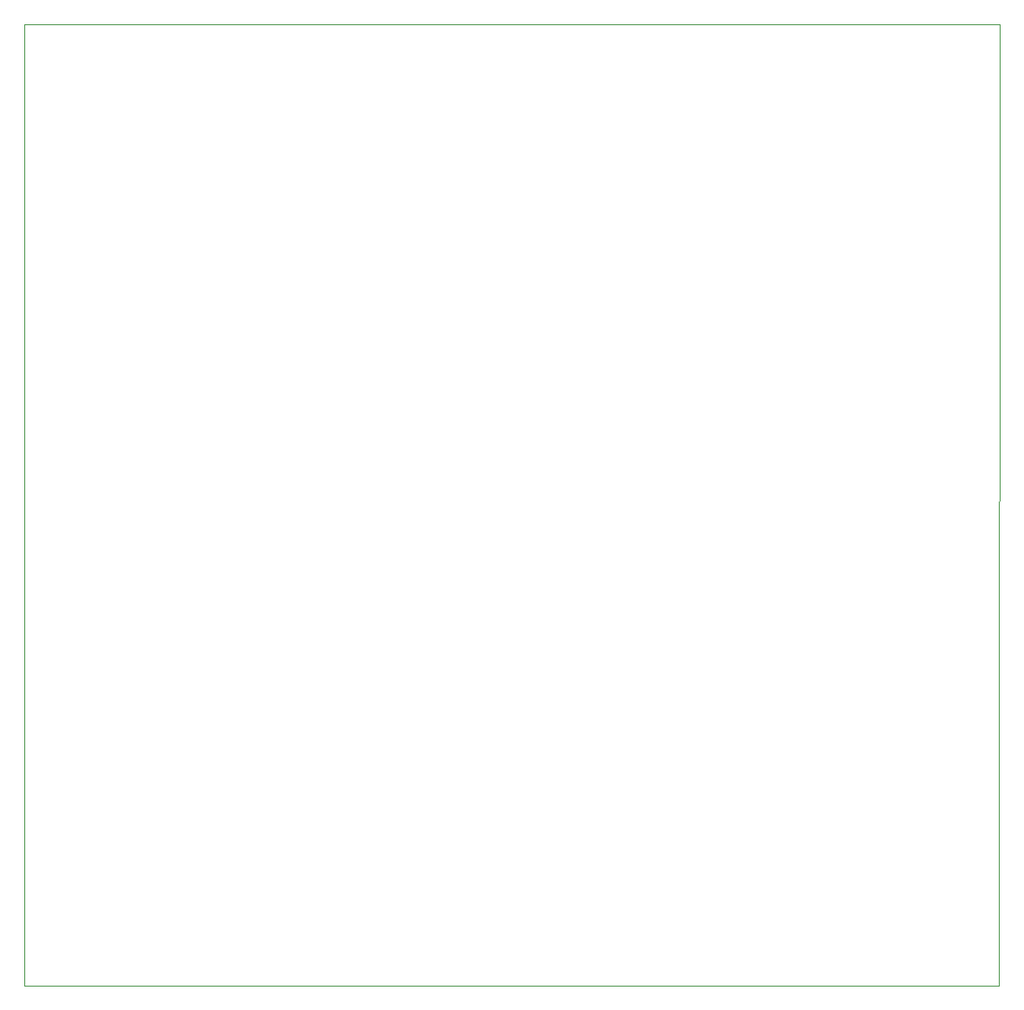
<source format=gm1>
G04 #@! TF.GenerationSoftware,KiCad,Pcbnew,5.1.5+dfsg1-2build2*
G04 #@! TF.CreationDate,2023-08-26T17:55:10-03:00*
G04 #@! TF.ProjectId,TeCoLab_Board,5465436f-4c61-4625-9f42-6f6172642e6b,1.00*
G04 #@! TF.SameCoordinates,Original*
G04 #@! TF.FileFunction,Profile,NP*
%FSLAX46Y46*%
G04 Gerber Fmt 4.6, Leading zero omitted, Abs format (unit mm)*
G04 Created by KiCad (PCBNEW 5.1.5+dfsg1-2build2) date 2023-08-26 17:55:10*
%MOMM*%
%LPD*%
G04 APERTURE LIST*
%ADD10C,0.050000*%
G04 APERTURE END LIST*
D10*
X105765600Y-33690560D02*
X105765600Y-127487680D01*
X200855680Y-33690560D02*
X200853040Y-127487680D01*
X105765600Y-127487680D02*
X200853040Y-127487680D01*
X200855680Y-33690560D02*
X105765600Y-33690560D01*
M02*

</source>
